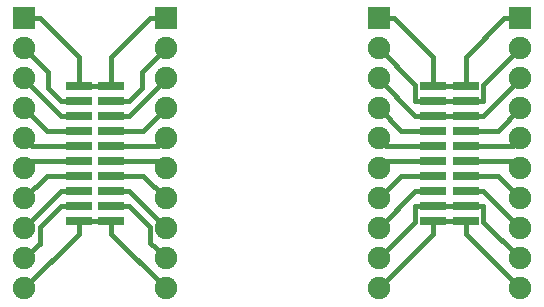
<source format=gbl>
G04 #@! TF.FileFunction,Copper,L2,Bot,Signal*
%FSLAX46Y46*%
G04 Gerber Fmt 4.6, Leading zero omitted, Abs format (unit mm)*
G04 Created by KiCad (PCBNEW 4.1.0-alpha+201605071002+6776~44~ubuntu14.04.1-product) date Mon 30 May 2016 00:25:35 BST*
%MOMM*%
%LPD*%
G01*
G04 APERTURE LIST*
%ADD10C,0.100000*%
%ADD11R,2.220000X0.740000*%
%ADD12R,1.900000X1.900000*%
%ADD13C,1.900000*%
%ADD14C,0.400000*%
G04 APERTURE END LIST*
D10*
D11*
X83635000Y-94285000D03*
X86365000Y-94285000D03*
X83635000Y-95555000D03*
X86365000Y-95555000D03*
X83635000Y-96825000D03*
X86365000Y-96825000D03*
X83635000Y-98095000D03*
X86365000Y-98095000D03*
X83635000Y-99365000D03*
X86365000Y-99365000D03*
X83635000Y-100635000D03*
X86365000Y-100635000D03*
X83635000Y-101905000D03*
X86365000Y-101905000D03*
X83635000Y-103175000D03*
X86365000Y-103175000D03*
X83635000Y-104445000D03*
X86365000Y-104445000D03*
X83635000Y-105715000D03*
X86365000Y-105715000D03*
X113635000Y-94285000D03*
X116365000Y-94285000D03*
X113635000Y-95555000D03*
X116365000Y-95555000D03*
X113635000Y-96825000D03*
X116365000Y-96825000D03*
X113635000Y-98095000D03*
X116365000Y-98095000D03*
X113635000Y-99365000D03*
X116365000Y-99365000D03*
X113635000Y-100635000D03*
X116365000Y-100635000D03*
X113635000Y-101905000D03*
X116365000Y-101905000D03*
X113635000Y-103175000D03*
X116365000Y-103175000D03*
X113635000Y-104445000D03*
X116365000Y-104445000D03*
X113635000Y-105715000D03*
X116365000Y-105715000D03*
D12*
X79000000Y-88570000D03*
D13*
X79000000Y-91110000D03*
X79000000Y-93650000D03*
X79000000Y-96190000D03*
X79000000Y-98730000D03*
X79000000Y-101270000D03*
X79000000Y-103810000D03*
X79000000Y-106350000D03*
X79000000Y-108890000D03*
X79000000Y-111430000D03*
D12*
X91000000Y-88570000D03*
D13*
X91000000Y-91110000D03*
X91000000Y-93650000D03*
X91000000Y-96190000D03*
X91000000Y-98730000D03*
X91000000Y-101270000D03*
X91000000Y-103810000D03*
X91000000Y-106350000D03*
X91000000Y-108890000D03*
X91000000Y-111430000D03*
D12*
X109000000Y-88570000D03*
D13*
X109000000Y-91110000D03*
X109000000Y-93650000D03*
X109000000Y-96190000D03*
X109000000Y-98730000D03*
X109000000Y-101270000D03*
X109000000Y-103810000D03*
X109000000Y-106350000D03*
X109000000Y-108890000D03*
X109000000Y-111430000D03*
D12*
X121000000Y-88570000D03*
D13*
X121000000Y-91110000D03*
X121000000Y-93650000D03*
X121000000Y-96190000D03*
X121000000Y-98730000D03*
X121000000Y-101270000D03*
X121000000Y-103810000D03*
X121000000Y-106350000D03*
X121000000Y-108890000D03*
X121000000Y-111430000D03*
D14*
X83635000Y-94285000D02*
X86365000Y-94285000D01*
X83635000Y-105715000D02*
X86365000Y-105715000D01*
X116365000Y-105715000D02*
X113635000Y-105715000D01*
X116365000Y-94285000D02*
X113635000Y-94285000D01*
X113635000Y-94285000D02*
X113635000Y-91855000D01*
X113635000Y-91855000D02*
X110350000Y-88570000D01*
X110350000Y-88570000D02*
X109000000Y-88570000D01*
X116365000Y-94285000D02*
X116365000Y-91855000D01*
X116365000Y-91855000D02*
X119650000Y-88570000D01*
X119650000Y-88570000D02*
X121000000Y-88570000D01*
X116365000Y-105715000D02*
X116365000Y-106795000D01*
X116365000Y-106795000D02*
X121000000Y-111430000D01*
X109000000Y-111430000D02*
X113635000Y-106795000D01*
X113635000Y-106795000D02*
X113635000Y-105715000D01*
X86365000Y-105715000D02*
X86365000Y-106795000D01*
X86365000Y-106795000D02*
X91000000Y-111430000D01*
X83635000Y-105715000D02*
X83635000Y-106795000D01*
X83635000Y-106795000D02*
X79000000Y-111430000D01*
X83635000Y-94285000D02*
X83635000Y-91855000D01*
X83635000Y-91855000D02*
X80350000Y-88570000D01*
X80350000Y-88570000D02*
X79000000Y-88570000D01*
X86365000Y-94285000D02*
X86365000Y-91855000D01*
X86365000Y-91855000D02*
X89650000Y-88570000D01*
X89650000Y-88570000D02*
X91000000Y-88570000D01*
X81000000Y-94430000D02*
X81000000Y-93110000D01*
X81000000Y-93110000D02*
X79000000Y-91110000D01*
X83635000Y-95555000D02*
X82124999Y-95554999D01*
X82124999Y-95554999D02*
X81000000Y-94430000D01*
X89000000Y-94430000D02*
X89000000Y-93110000D01*
X89000000Y-93110000D02*
X91000000Y-91110000D01*
X86365000Y-95555000D02*
X87875000Y-95555000D01*
X87875000Y-95555000D02*
X89000000Y-94430000D01*
X83635000Y-96825000D02*
X82125000Y-96825000D01*
X82125000Y-96825000D02*
X79000000Y-93700000D01*
X79000000Y-93700000D02*
X79000000Y-93650000D01*
X86365000Y-96825000D02*
X87875000Y-96825000D01*
X87875000Y-96825000D02*
X91000000Y-93700000D01*
X91000000Y-93700000D02*
X91000000Y-93650000D01*
X83635000Y-98095000D02*
X80905000Y-98095000D01*
X80905000Y-98095000D02*
X79000000Y-96190000D01*
X86365000Y-98095000D02*
X89095000Y-98095000D01*
X89095000Y-98095000D02*
X91000000Y-96190000D01*
X86365000Y-99365000D02*
X90365000Y-99365000D01*
X90365000Y-99365000D02*
X91000000Y-98730000D01*
X83635000Y-99365000D02*
X79635000Y-99365000D01*
X79635000Y-99365000D02*
X79000000Y-98730000D01*
X83635000Y-100635000D02*
X79635000Y-100635000D01*
X79635000Y-100635000D02*
X79000000Y-101270000D01*
X86365000Y-100635000D02*
X90365000Y-100635000D01*
X90365000Y-100635000D02*
X91000000Y-101270000D01*
X83635000Y-101905000D02*
X80905000Y-101905000D01*
X80905000Y-101905000D02*
X79000000Y-103810000D01*
X86365000Y-101905000D02*
X89095000Y-101905000D01*
X89095000Y-101905000D02*
X91000000Y-103810000D01*
X83635000Y-103175000D02*
X82125000Y-103175000D01*
X82125000Y-103175000D02*
X79000000Y-106300000D01*
X79000000Y-106300000D02*
X79000000Y-106350000D01*
X86365000Y-103175000D02*
X87875000Y-103175000D01*
X87875000Y-103175000D02*
X91000000Y-106300000D01*
X91000000Y-106300000D02*
X91000000Y-106350000D01*
X80350001Y-107649999D02*
X80240001Y-107649999D01*
X80240001Y-107649999D02*
X79000000Y-108890000D01*
X83635000Y-104445000D02*
X82125000Y-104445000D01*
X82125000Y-104445000D02*
X80350001Y-106219999D01*
X80350001Y-106219999D02*
X80350001Y-107649999D01*
X86365000Y-104445000D02*
X87875000Y-104445000D01*
X87875000Y-104445000D02*
X89649999Y-106219999D01*
X89649999Y-106219999D02*
X89649999Y-107539999D01*
X89649999Y-107539999D02*
X90050001Y-107940001D01*
X90050001Y-107940001D02*
X91000000Y-108890000D01*
X116365000Y-95555000D02*
X113635000Y-95555000D01*
X113635000Y-95555000D02*
X112124999Y-95554999D01*
X112124999Y-95554999D02*
X112124999Y-94234999D01*
X112124999Y-94234999D02*
X109000000Y-91110000D01*
X116365000Y-95555000D02*
X117875001Y-95554999D01*
X117875001Y-95554999D02*
X117875001Y-94234999D01*
X117875001Y-94234999D02*
X121000000Y-91110000D01*
X116365000Y-96825000D02*
X113635000Y-96825000D01*
X113635000Y-96825000D02*
X112125000Y-96825000D01*
X109000000Y-93700000D02*
X109000000Y-93650000D01*
X112125000Y-96825000D02*
X109000000Y-93700000D01*
X116365000Y-96825000D02*
X117875000Y-96825000D01*
X117875000Y-96825000D02*
X121000000Y-93700000D01*
X121000000Y-93700000D02*
X121000000Y-93650000D01*
X113635000Y-98095000D02*
X110905000Y-98095000D01*
X110905000Y-98095000D02*
X109000000Y-96190000D01*
X116365000Y-98095000D02*
X119095000Y-98095000D01*
X119095000Y-98095000D02*
X121000000Y-96190000D01*
X113635000Y-99365000D02*
X109635000Y-99365000D01*
X109635000Y-99365000D02*
X109000000Y-98730000D01*
X116365000Y-99365000D02*
X120365000Y-99365000D01*
X120365000Y-99365000D02*
X121000000Y-98730000D01*
X113635000Y-100635000D02*
X109635000Y-100635000D01*
X109635000Y-100635000D02*
X109000000Y-101270000D01*
X116365000Y-100635000D02*
X120365000Y-100635000D01*
X120365000Y-100635000D02*
X121000000Y-101270000D01*
X113635000Y-101905000D02*
X110905000Y-101905000D01*
X110905000Y-101905000D02*
X109000000Y-103810000D01*
X116365000Y-101905000D02*
X119095000Y-101905000D01*
X119095000Y-101905000D02*
X121000000Y-103810000D01*
X113635000Y-103175000D02*
X112125000Y-103175000D01*
X112125000Y-103175000D02*
X109000000Y-106300000D01*
X109000000Y-106300000D02*
X109000000Y-106350000D01*
X116365000Y-103175000D02*
X117875000Y-103175000D01*
X117875000Y-103175000D02*
X121000000Y-106300000D01*
X121000000Y-106300000D02*
X121000000Y-106350000D01*
X113635000Y-104445000D02*
X116365000Y-104445000D01*
X116365000Y-104445000D02*
X117875001Y-104445001D01*
X117875001Y-104445001D02*
X117875001Y-105765001D01*
X117875001Y-105765001D02*
X121000000Y-108890000D01*
X113635000Y-104445000D02*
X112124999Y-104445001D01*
X112124999Y-104445001D02*
X112124999Y-105765001D01*
X112124999Y-105765001D02*
X109000000Y-108890000D01*
M02*

</source>
